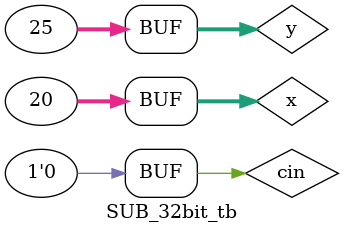
<source format=v>

`timescale 1ns / 1ps
module SUB_32bit(
	input wire [31:0] Ra,
	input wire [31:0] Rb,
	input wire cin,
	
	output wire [31:0] sum,
	output wire cout
	);
	
	wire [31:0] temp; 
	NEGATE_32bit neg_op(.Ra(Rb),.Rz(temp));
	ADD_32bit add_op(.Ra(Ra), .Rb(temp),.cin(cin),.sum(sum),.cout(cout));
	
endmodule



//Testbench
module SUB_32bit_tb;
	reg [31:0] x,y;
	reg cin;
	wire signed [31:0] z;
	wire cout;
	 
	initial begin
	  x=0; y=0; cin=0;
	  #10 x=32'd1; 	y=32'd1;  	cin=1'd0;		//sum = 0, 		cout = 0
	  #10 x=32'd235; 	y=32'd35;	cin=1'd0;		//sum = 2, 		cout = 0
	  #10 x=32'd20;	y=32'd25; 	cin=1'd0;		//sum = -5, 	cout = 0	
//	  #10 x=32'd999; 	y=32'd; 	cin=1'd0; 		//sum = 1000,	cout = 0
	end
	
	
	SUB_32bit sub_op(.Ra(x), .Rb(y),.cin(cin),.sum(z),.cout(cout));
	
	initial
	  $monitor( "X=%d, Y=%d, Cin= %d, Z=%d, Cout=%d", x,y,cin,z,cout);

endmodule


</source>
